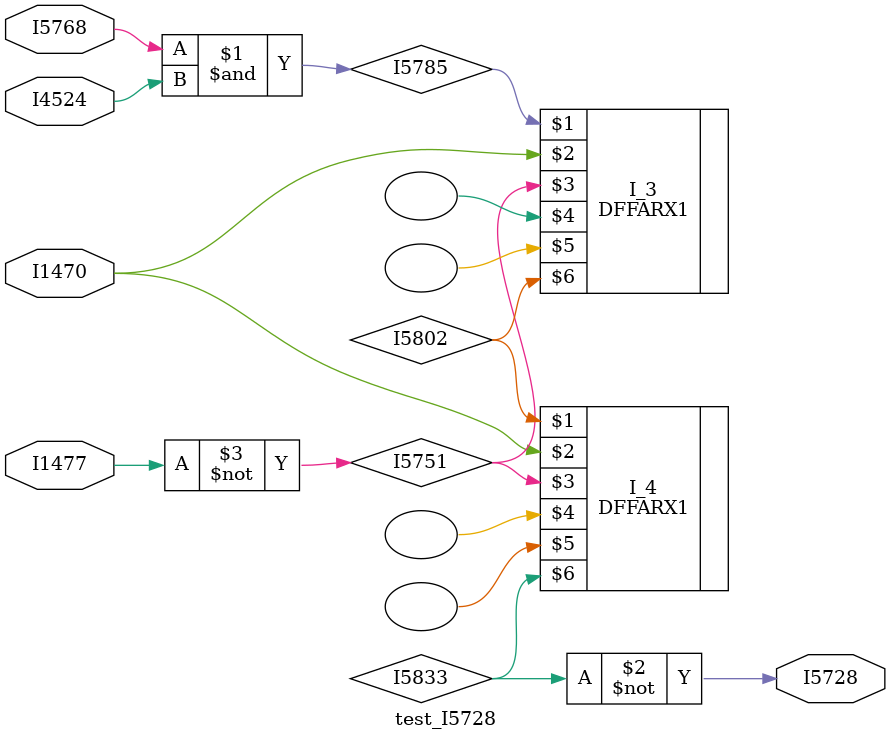
<source format=v>
module test_I5728(I5768,I1477,I4524,I1470,I5728);
input I5768,I1477,I4524,I1470;
output I5728;
wire I5751,I5785,I5802,I5833;
not I_0(I5728,I5833);
not I_1(I5751,I1477);
and I_2(I5785,I5768,I4524);
DFFARX1 I_3(I5785,I1470,I5751,,,I5802,);
DFFARX1 I_4(I5802,I1470,I5751,,,I5833,);
endmodule



</source>
